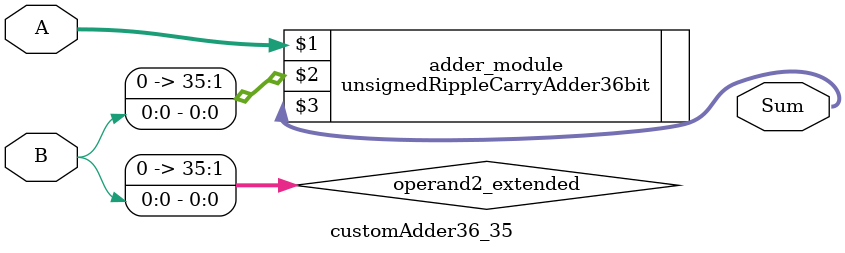
<source format=v>
module customAdder36_35(
                        input [35 : 0] A,
                        input [0 : 0] B,
                        
                        output [36 : 0] Sum
                );

        wire [35 : 0] operand2_extended;
        
        assign operand2_extended =  {35'b0, B};
        
        unsignedRippleCarryAdder36bit adder_module(
            A,
            operand2_extended,
            Sum
        );
        
        endmodule
        
</source>
